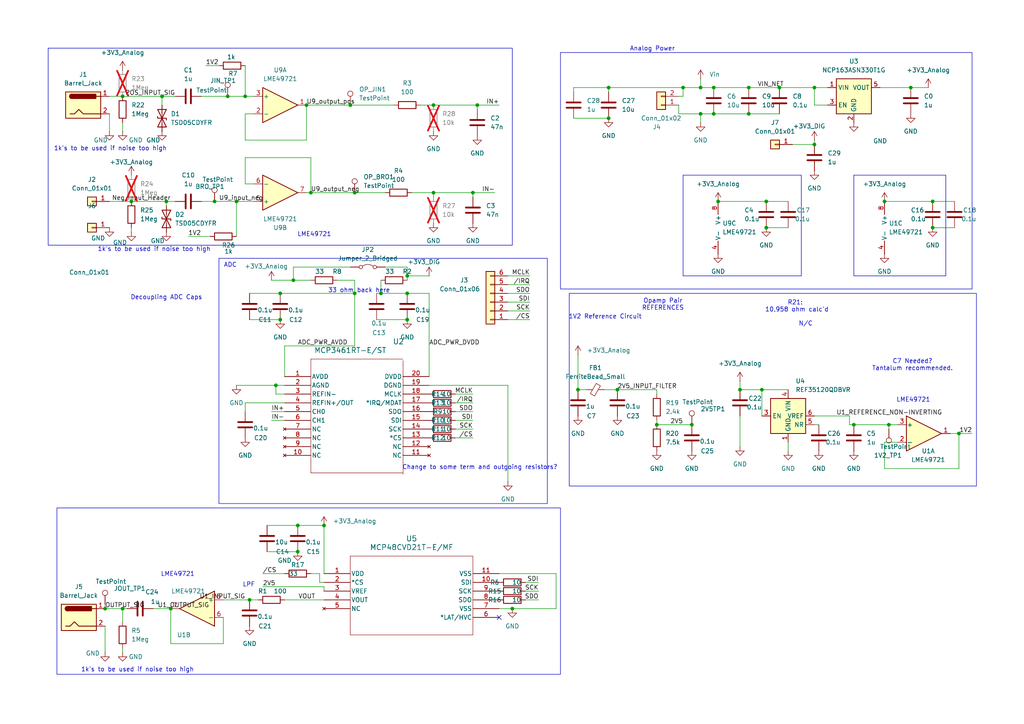
<source format=kicad_sch>
(kicad_sch (version 20250114) (generator "eeschema") (generator_version "9.0")
  (paper "A4")
  (rectangle (start 165.1 85.09) (end 283.21 140.97))
  (rectangle (start 63.5 74.93) (end 158.75 146.05))
  (rectangle (start 13.97 13.97) (end 148.59 71.12))
  (rectangle (start 247.65 50.8) (end 274.32 80.01))
  (rectangle (start 198.12 50.8) (end 232.41 80.01))
  (rectangle (start 16.51 147.32) (end 162.56 195.58))
  (rectangle (start 162.56 15.24) (end 281.94 83.82))
  (text "1k's to be used if noise too high\n" (at 32.004 43.18 0) (effects (font (size 1.27 1.27))))
  (text "Decoupling ADC Caps" (at 48.26 86.36 0) (effects (font (size 1.27 1.27))))
  (text "LME49721" (at 91.186 68.072 0) (effects (font (size 1.27 1.27))))
  (text "Capacitor distortion: \nhttps://www.ti.com/lit/an/slyt796a/slyt796a.pdf?ts=1753341735134" (at 99.06 219.71 0) (effects (font (size 1.27 1.27))))
  (text "33 ohm back here" (at 104.14 84.328 0) (effects (font (size 1.27 1.27))))
  (text "R21: \n10,958 ohm calc'd" (at 231.14 88.9 0) (effects (font (size 1.27 1.27))))
  (text "1k's to be used if noise too high\n" (at 39.878 194.31 0) (effects (font (size 1.27 1.27))))
  (text "N/C\n" (at 233.68 93.98 0) (effects (font (size 1.27 1.27))))
  (text "1k's to be used if noise too high\n" (at 44.704 72.39 0) (effects (font (size 1.27 1.27))))
  (text "Opamp Pair\nREFERENCES" (at 192.278 88.392 0) (effects (font (size 1.27 1.27))))
  (text "1V2 Reference Circuit" (at 175.514 91.948 0) (effects (font (size 1.27 1.27))))
  (text "C7 Needed?\nTantalum recommended.\n" (at 264.668 105.918 0) (effects (font (size 1.27 1.27))))
  (text "Change to some term and outgoing resistors?\n" (at 139.192 135.636 0) (effects (font (size 1.27 1.27))))
  (text "ADC" (at 66.802 76.962 0) (effects (font (size 1.27 1.27))))
  (text "Analog Power" (at 189.23 14.224 0) (effects (font (size 1.27 1.27))))
  (text "LPF " (at 72.644 169.672 0) (effects (font (size 1.27 1.27))))
  (text "LME49721" (at 264.922 116.078 0) (effects (font (size 1.27 1.27))))
  (text "LME49721" (at 51.562 166.624 0) (effects (font (size 1.27 1.27))))
  (junction (at 264.16 25.4))
  (junction (at 257.81 123.19))
  (junction (at 118.11 80.01))
  (junction (at 125.73 55.88))
  (junction (at 72.39 173.99))
  (junction (at 207.01 25.4))
  (junction (at 38.1 58.42))
  (junction (at 30.48 176.53))
  (junction (at 176.53 34.29))
  (junction (at 81.28 85.09))
  (junction (at 217.17 33.02))
  (junction (at 48.26 58.42))
  (junction (at 71.12 27.94))
  (junction (at 81.28 92.71))
  (junction (at 101.6 30.48))
  (junction (at 46.99 27.94))
  (junction (at 93.98 152.4))
  (junction (at 118.11 92.71))
  (junction (at 278.13 125.73))
  (junction (at 137.16 55.88))
  (junction (at 207.01 33.02))
  (junction (at 190.5 123.19))
  (junction (at 222.25 58.42))
  (junction (at 118.11 85.09))
  (junction (at 220.98 113.03))
  (junction (at 208.28 58.42))
  (junction (at 138.43 30.48))
  (junction (at 176.53 25.4))
  (junction (at 198.12 25.4))
  (junction (at 110.49 85.09))
  (junction (at 236.22 25.4))
  (junction (at 86.36 152.4))
  (junction (at 226.06 25.4))
  (junction (at 203.2 33.02))
  (junction (at 125.73 30.48))
  (junction (at 86.36 160.02))
  (junction (at 68.58 58.42))
  (junction (at 102.87 55.88))
  (junction (at 256.54 58.42))
  (junction (at 236.22 41.91))
  (junction (at 90.17 55.88))
  (junction (at 167.64 113.03))
  (junction (at 62.23 58.42))
  (junction (at 88.9 30.48))
  (junction (at 35.56 27.94))
  (junction (at 247.65 123.19))
  (junction (at 179.07 113.03))
  (junction (at 214.63 113.03))
  (junction (at 222.25 66.04))
  (junction (at 102.87 85.09))
  (junction (at 270.51 58.42))
  (junction (at 148.59 176.53))
  (junction (at 80.01 111.76))
  (junction (at 49.53 176.53))
  (junction (at 35.56 176.53))
  (junction (at 270.51 66.04))
  (junction (at 66.04 27.94))
  (junction (at 217.17 25.4))
  (junction (at 85.09 81.28))
  (junction (at 203.2 25.4))
  (junction (at 200.66 123.19))
  (no_connect (at 144.78 179.07))
  (wire (pts (xy 152.4 168.91) (xy 156.21 168.91)))
  (wire (pts (xy 64.77 186.69) (xy 49.53 186.69)))
  (wire (pts (xy 176.53 25.4) (xy 176.53 26.67)))
  (wire (pts (xy 71.12 33.02) (xy 73.66 33.02)))
  (wire (pts (xy 54.61 68.58) (xy 60.96 68.58)))
  (wire (pts (xy 35.56 27.94) (xy 46.99 27.94)))
  (wire (pts (xy 93.98 170.18) (xy 93.98 171.45)))
  (wire (pts (xy 222.25 58.42) (xy 228.6 58.42)))
  (wire (pts (xy 46.99 30.48) (xy 46.99 27.94)))
  (wire (pts (xy 110.49 81.28) (xy 110.49 85.09)))
  (wire (pts (xy 207.01 25.4) (xy 217.17 25.4)))
  (wire (pts (xy 207.01 33.02) (xy 217.17 33.02)))
  (wire (pts (xy 203.2 35.56) (xy 203.2 33.02)))
  (wire (pts (xy 88.9 30.48) (xy 101.6 30.48)))
  (wire (pts (xy 257.81 124.46) (xy 257.81 123.19)))
  (wire (pts (xy 143.51 55.88) (xy 137.16 55.88)))
  (wire (pts (xy 58.42 27.94) (xy 66.04 27.94)))
  (wire (pts (xy 257.81 123.19) (xy 260.35 123.19)))
  (wire (pts (xy 147.32 82.55) (xy 153.67 82.55)))
  (wire (pts (xy 114.3 30.48) (xy 101.6 30.48)))
  (wire (pts (xy 48.26 58.42) (xy 50.8 58.42)))
  (wire (pts (xy 147.32 111.76) (xy 124.46 111.76)))
  (wire (pts (xy 256.54 135.89) (xy 278.13 135.89)))
  (wire (pts (xy 49.53 186.69) (xy 49.53 176.53)))
  (wire (pts (xy 124.46 85.09) (xy 124.46 109.22)))
  (wire (pts (xy 270.51 58.42) (xy 256.54 58.42)))
  (wire (pts (xy 71.12 53.34) (xy 71.12 45.72)))
  (wire (pts (xy 132.08 124.46) (xy 137.16 124.46)))
  (wire (pts (xy 93.98 152.4) (xy 93.98 166.37)))
  (wire (pts (xy 152.4 173.99) (xy 156.21 173.99)))
  (wire (pts (xy 35.56 176.53) (xy 35.56 180.34)))
  (wire (pts (xy 236.22 25.4) (xy 240.03 25.4)))
  (wire (pts (xy 64.77 179.07) (xy 64.77 186.69)))
  (wire (pts (xy 270.51 66.04) (xy 276.86 66.04)))
  (wire (pts (xy 82.55 116.84) (xy 71.12 116.84)))
  (wire (pts (xy 214.63 113.03) (xy 220.98 113.03)))
  (wire (pts (xy 77.47 160.02) (xy 86.36 160.02)))
  (wire (pts (xy 222.25 58.42) (xy 208.28 58.42)))
  (wire (pts (xy 85.09 77.47) (xy 101.6 77.47)))
  (wire (pts (xy 236.22 123.19) (xy 237.49 123.19)))
  (wire (pts (xy 236.22 40.64) (xy 236.22 41.91)))
  (wire (pts (xy 90.17 45.72) (xy 90.17 55.88)))
  (wire (pts (xy 68.58 111.76) (xy 80.01 111.76)))
  (wire (pts (xy 255.27 25.4) (xy 264.16 25.4)))
  (wire (pts (xy 175.26 113.03) (xy 179.07 113.03)))
  (wire (pts (xy 77.47 152.4) (xy 86.36 152.4)))
  (wire (pts (xy 111.76 77.47) (xy 118.11 77.47)))
  (wire (pts (xy 144.78 30.48) (xy 138.43 30.48)))
  (wire (pts (xy 71.12 116.84) (xy 71.12 119.38)))
  (wire (pts (xy 246.38 123.19) (xy 247.65 123.19)))
  (wire (pts (xy 228.6 130.81) (xy 228.6 128.27)))
  (wire (pts (xy 82.55 100.33) (xy 82.55 109.22)))
  (wire (pts (xy 166.37 25.4) (xy 176.53 25.4)))
  (wire (pts (xy 217.17 25.4) (xy 226.06 25.4)))
  (wire (pts (xy 82.55 173.99) (xy 93.98 173.99)))
  (wire (pts (xy 68.58 68.58) (xy 68.58 58.42)))
  (wire (pts (xy 50.8 27.94) (xy 46.99 27.94)))
  (wire (pts (xy 31.75 33.02) (xy 31.75 38.1)))
  (wire (pts (xy 137.16 116.84) (xy 132.08 116.84)))
  (wire (pts (xy 102.87 81.28) (xy 97.79 81.28)))
  (wire (pts (xy 71.12 33.02) (xy 71.12 40.64)))
  (wire (pts (xy 222.25 66.04) (xy 228.6 66.04)))
  (wire (pts (xy 35.56 176.53) (xy 36.83 176.53)))
  (wire (pts (xy 102.87 55.88) (xy 111.76 55.88)))
  (wire (pts (xy 137.16 119.38) (xy 132.08 119.38)))
  (wire (pts (xy 214.63 110.49) (xy 214.63 113.03)))
  (wire (pts (xy 137.16 121.92) (xy 132.08 121.92)))
  (wire (pts (xy 247.65 123.19) (xy 257.81 123.19)))
  (wire (pts (xy 148.59 176.53) (xy 161.29 176.53)))
  (wire (pts (xy 190.5 121.92) (xy 190.5 123.19)))
  (wire (pts (xy 48.26 59.69) (xy 48.26 58.42)))
  (wire (pts (xy 119.38 55.88) (xy 125.73 55.88)))
  (wire (pts (xy 64.77 173.99) (xy 72.39 173.99)))
  (wire (pts (xy 137.16 127) (xy 132.08 127)))
  (wire (pts (xy 220.98 120.65) (xy 220.98 113.03)))
  (wire (pts (xy 90.17 166.37) (xy 92.71 166.37)))
  (wire (pts (xy 110.49 85.09) (xy 118.11 85.09)))
  (wire (pts (xy 203.2 25.4) (xy 207.01 25.4)))
  (wire (pts (xy 125.73 55.88) (xy 137.16 55.88)))
  (wire (pts (xy 198.12 25.4) (xy 176.53 25.4)))
  (wire (pts (xy 147.32 111.76) (xy 147.32 139.7)))
  (wire (pts (xy 38.1 58.42) (xy 48.26 58.42)))
  (wire (pts (xy 260.35 128.27) (xy 256.54 128.27)))
  (wire (pts (xy 264.16 25.4) (xy 269.24 25.4)))
  (wire (pts (xy 278.13 135.89) (xy 278.13 125.73)))
  (wire (pts (xy 246.38 120.65) (xy 246.38 123.19)))
  (wire (pts (xy 190.5 123.19) (xy 200.66 123.19)))
  (wire (pts (xy 76.2 170.18) (xy 93.98 170.18)))
  (wire (pts (xy 62.23 58.42) (xy 68.58 58.42)))
  (wire (pts (xy 166.37 34.29) (xy 176.53 34.29)))
  (wire (pts (xy 270.51 58.42) (xy 276.86 58.42)))
  (wire (pts (xy 147.32 85.09) (xy 153.67 85.09)))
  (wire (pts (xy 92.71 168.91) (xy 93.98 168.91)))
  (wire (pts (xy 109.22 92.71) (xy 118.11 92.71)))
  (wire (pts (xy 80.01 111.76) (xy 80.01 114.3)))
  (wire (pts (xy 35.56 35.56) (xy 35.56 38.1)))
  (wire (pts (xy 118.11 85.09) (xy 124.46 85.09)))
  (wire (pts (xy 82.55 100.33) (xy 102.87 100.33)))
  (wire (pts (xy 92.71 166.37) (xy 92.71 168.91)))
  (wire (pts (xy 86.36 152.4) (xy 93.98 152.4)))
  (wire (pts (xy 196.85 33.02) (xy 203.2 33.02)))
  (wire (pts (xy 80.01 114.3) (xy 82.55 114.3)))
  (wire (pts (xy 125.73 30.48) (xy 138.43 30.48)))
  (wire (pts (xy 31.75 27.94) (xy 35.56 27.94)))
  (wire (pts (xy 35.56 187.96) (xy 35.56 189.23)))
  (wire (pts (xy 72.39 173.99) (xy 74.93 173.99)))
  (wire (pts (xy 220.98 113.03) (xy 228.6 113.03)))
  (wire (pts (xy 30.48 189.23) (xy 30.48 181.61)))
  (wire (pts (xy 88.9 30.48) (xy 88.9 40.64)))
  (wire (pts (xy 71.12 40.64) (xy 88.9 40.64)))
  (wire (pts (xy 203.2 22.86) (xy 203.2 25.4)))
  (wire (pts (xy 78.74 119.38) (xy 82.55 119.38)))
  (wire (pts (xy 118.11 81.28) (xy 118.11 80.01)))
  (wire (pts (xy 161.29 166.37) (xy 161.29 176.53)))
  (wire (pts (xy 78.74 81.28) (xy 85.09 81.28)))
  (wire (pts (xy 240.03 30.48) (xy 236.22 30.48)))
  (wire (pts (xy 138.43 31.75) (xy 138.43 30.48)))
  (wire (pts (xy 66.04 27.94) (xy 71.12 27.94)))
  (wire (pts (xy 71.12 27.94) (xy 73.66 27.94)))
  (wire (pts (xy 137.16 114.3) (xy 132.08 114.3)))
  (wire (pts (xy 72.39 85.09) (xy 81.28 85.09)))
  (wire (pts (xy 147.32 92.71) (xy 153.67 92.71)))
  (wire (pts (xy 196.85 30.48) (xy 196.85 33.02)))
  (wire (pts (xy 147.32 90.17) (xy 153.67 90.17)))
  (wire (pts (xy 144.78 166.37) (xy 161.29 166.37)))
  (wire (pts (xy 198.12 27.94) (xy 198.12 25.4)))
  (wire (pts (xy 179.07 113.03) (xy 190.5 113.03)))
  (wire (pts (xy 71.12 45.72) (xy 90.17 45.72)))
  (wire (pts (xy 167.64 113.03) (xy 170.18 113.03)))
  (wire (pts (xy 90.17 55.88) (xy 102.87 55.88)))
  (wire (pts (xy 137.16 57.15) (xy 137.16 55.88)))
  (wire (pts (xy 278.13 125.73) (xy 281.94 125.73)))
  (wire (pts (xy 167.64 102.87) (xy 167.64 113.03)))
  (wire (pts (xy 190.5 113.03) (xy 190.5 114.3)))
  (wire (pts (xy 236.22 41.91) (xy 229.87 41.91)))
  (wire (pts (xy 198.12 25.4) (xy 203.2 25.4)))
  (wire (pts (xy 121.92 30.48) (xy 125.73 30.48)))
  (wire (pts (xy 58.42 58.42) (xy 62.23 58.42)))
  (wire (pts (xy 226.06 25.4) (xy 236.22 25.4)))
  (wire (pts (xy 76.2 166.37) (xy 82.55 166.37)))
  (wire (pts (xy 118.11 80.01) (xy 118.11 77.47)))
  (wire (pts (xy 196.85 27.94) (xy 198.12 27.94)))
  (wire (pts (xy 85.09 81.28) (xy 90.17 81.28)))
  (wire (pts (xy 118.11 80.01) (xy 124.46 80.01)))
  (wire (pts (xy 82.55 111.76) (xy 80.01 111.76)))
  (wire (pts (xy 203.2 33.02) (xy 207.01 33.02)))
  (wire (pts (xy 217.17 33.02) (xy 226.06 33.02)))
  (wire (pts (xy 88.9 55.88) (xy 90.17 55.88)))
  (wire (pts (xy 214.63 129.54) (xy 214.63 120.65)))
  (wire (pts (xy 71.12 19.05) (xy 71.12 27.94)))
  (wire (pts (xy 147.32 87.63) (xy 153.67 87.63)))
  (wire (pts (xy 152.4 171.45) (xy 156.21 171.45)))
  (wire (pts (xy 72.39 92.71) (xy 81.28 92.71)))
  (wire (pts (xy 147.32 80.01) (xy 153.67 80.01)))
  (wire (pts (xy 236.22 30.48) (xy 236.22 25.4)))
  (wire (pts (xy 109.22 85.09) (xy 110.49 85.09)))
  (wire (pts (xy 31.75 58.42) (xy 38.1 58.42)))
  (wire (pts (xy 78.74 121.92) (xy 82.55 121.92)))
  (wire (pts (xy 73.66 53.34) (xy 71.12 53.34)))
  (wire (pts (xy 275.59 125.73) (xy 278.13 125.73)))
  (wire (pts (xy 125.73 57.15) (xy 125.73 55.88)))
  (wire (pts (xy 144.78 176.53) (xy 148.59 176.53)))
  (wire (pts (xy 256.54 128.27) (xy 256.54 135.89)))
  (wire (pts (xy 166.37 26.67) (xy 166.37 25.4)))
  (wire (pts (xy 102.87 81.28) (xy 102.87 85.09)))
  (wire (pts (xy 85.09 77.47) (xy 85.09 81.28)))
  (wire (pts (xy 81.28 85.09) (xy 102.87 85.09)))
  (wire (pts (xy 102.87 85.09) (xy 102.87 100.33)))
  (wire (pts (xy 38.1 66.04) (xy 38.1 67.31)))
  (wire (pts (xy 44.45 176.53) (xy 49.53 176.53)))
  (wire (pts (xy 59.69 19.05) (xy 63.5 19.05)))
  (wire (pts (xy 236.22 120.65) (xy 246.38 120.65)))
  (wire (pts (xy 68.58 58.42) (xy 73.66 58.42)))
  (wire (pts (xy 30.48 176.53) (xy 35.56 176.53)))
  (wire (pts (xy 30.48 175.26) (xy 30.48 176.53)))
  (label "IN-" (at 78.74 121.92 0))
  (label "{slash}CS" (at 153.67 92.71 180))
  (label "MCLK" (at 153.67 80.01 180))
  (label "SDI" (at 137.16 121.92 180))
  (label "{slash}IRQ" (at 153.67 82.55 180))
  (label "U9_output_neg" (at 90.17 55.88 0))
  (label "VIN_NET" (at 219.71 25.4 0))
  (label "SCK" (at 156.21 171.45 180))
  (label "IN-" (at 143.51 55.88 180))
  (label "U9_output_pos" (at 88.9 30.48 0))
  (label "SDI" (at 153.67 87.63 180))
  (label "MCLK" (at 137.16 114.3 180))
  (label "2V5" (at 76.2 170.18 0))
  (label "OUTPUT_SIG" (at 30.48 176.53 0))
  (label "SDO" (at 156.21 173.99 180))
  (label "SCK" (at 137.16 124.46 180))
  (label "1V2" (at 281.94 125.73 180))
  (label "{slash}CS" (at 137.16 127 180))
  (label "1V2" (at 54.61 68.58 0))
  (label "IN+" (at 78.74 119.38 0))
  (label "Neg_input_Header" (at 49.53 58.42 180))
  (label "IN+" (at 144.78 30.48 180))
  (label "ADC_PWR_AVDD" (at 86.36 100.33 0))
  (label "U1_OUTPUT_SIG" (at 45.72 176.53 0))
  (label "U1_REFERENCE_NON-INVERTING" (at 242.57 120.65 0))
  (label "VOUT" (at 91.44 173.99 180))
  (label "SCK" (at 153.67 90.17 180))
  (label "2V5_INPUT_FILTER" (at 179.07 113.03 0))
  (label "SDO" (at 153.67 85.09 180))
  (label "U1_INPUT_SIG" (at 71.12 173.99 180))
  (label "SDO" (at 137.16 119.38 180))
  (label "{slash}IRQ" (at 137.16 116.84 180))
  (label "POS_INPUT_SIG" (at 50.8 27.94 180))
  (label "ADC_PWR_DVDD" (at 124.46 100.33 0))
  (label "{slash}CS" (at 76.2 166.37 0))
  (label "1V2" (at 59.69 19.05 0))
  (label "SDI" (at 156.21 168.91 180))
  (label "2V5" (at 198.12 123.19 180))
  (label "U9_input_neg" (at 63.5 58.42 0))
  (symbol (lib_id "Device:C") (at 71.12 123.19 180) (unit 1)
    (property "Reference" "C20" (at 73.66 127 0) (effects (justify right)))
    (property "Value" "0.1u" (at 73.406 124.206 0) (effects (justify right)))
    (property "Footprint" "Capacitor_SMD:C_0603_1608Metric" (effects (hide yes)))
    (property "Description" "Unpolarized capacitor" (effects (hide yes)))
  )
  (symbol (lib_id "power:GND") (at 30.48 189.23 0) (unit 1)
    (property "Reference" "#PWR013" (effects (hide yes)))
    (property "Value" "GND" (at 26.924 189.484 0))
    (property "Description" "Power symbol creates a global label with name \"GND\" , ground" (effects (hide yes)))
  )
  (symbol (lib_id "Device:R") (at 35.56 31.75 0) (unit 1)
    (property "Reference" "R22" (at 38.1 30.4799 0) (effects (justify left)))
    (property "Value" "1Meg" (at 38.1 33.0199 0) (effects (justify left)))
    (property "Footprint" "Resistor_SMD:R_0603_1608Metric" (effects (hide yes)))
    (property "Description" "Resistor" (effects (hide yes)))
  )
  (symbol (lib_id "power:VCC") (at 236.22 40.64 0) (unit 1)
    (property "Reference" "#PWR08" (effects (hide yes)))
    (property "Value" "+3V3_DIG" (at 234.696 36.576 0))
    (property "Description" "Power symbol creates a global label with name \"VCC\"" (effects (hide yes)))
  )
  (symbol (lib_id "power:GND") (at 137.16 64.77 0) (unit 1)
    (property "Reference" "#PWR04" (effects (hide yes)))
    (property "Value" "GND" (at 137.16 69.85 0))
    (property "Description" "Power symbol creates a global label with name \"GND\" , ground" (effects (hide yes)))
  )
  (symbol (lib_id "Device:C") (at 237.49 127 0) (mirror x) (unit 1)
    (property "Reference" "C26" (at 243.84 125.73 0) (effects (justify right)))
    (property "Value" "0.1u" (at 243.84 128.27 0) (effects (justify right)))
    (property "Footprint" "Capacitor_SMD:C_0603_1608Metric" (effects (hide yes)))
    (property "Description" "Unpolarized capacitor" (effects (hide yes)))
  )
  (symbol (lib_id "Device:D_TVS") (at 46.99 34.29 270) (unit 1)
    (property "Reference" "D1" (at 49.53 33.0199 90) (effects (justify left)))
    (property "Value" "TSD05CDYFR" (at 49.53 35.5599 90) (effects (justify left)))
    (property "Footprint" "Diode_SMD:D_SOD-323" (effects (hide yes)))
    (property "Description" "Bidirectional transient-voltage-suppression diode" (effects (hide yes)))
  )
  (symbol (lib_id "power:VCC") (at 93.98 152.4 0) (unit 1)
    (property "Reference" "#PWR032" (effects (hide yes)))
    (property "Value" "+3V3_Analog" (at 102.87 151.13 0))
    (property "Description" "Power symbol creates a global label with name \"VCC\"" (effects (hide yes)))
  )
  (symbol (lib_id "Amplifier_Operational:TLV9062xD") (at 81.28 55.88 0) (mirror x) (unit 2)
    (property "Reference" "U9" (at 81.28 66.04 0))
    (property "Value" "LME49721" (at 81.28 63.5 0))
    (property "Footprint" "Package_SO:SOIC-8_3.9x4.9mm_P1.27mm" (effects (hide yes)))
    (property "Datasheet" "https://www.ti.com/lit/ds/symlink/tlv9062.pdf" (effects (hide yes)))
    (property "Description" "Dual operational amplifier, 300 uV Offset, SOIC-8" (effects (hide yes)))
  )
  (symbol (lib_id "power:GND") (at 38.1 67.31 0) (unit 1)
    (property "Reference" "#PWR020" (effects (hide yes)))
    (property "Value" "GND" (at 34.798 70.358 0))
    (property "Description" "Power symbol creates a global label with name \"GND\" , ground" (effects (hide yes)))
  )
  (symbol (lib_id "Device:C") (at 214.63 116.84 0) (mirror x) (unit 1)
    (property "Reference" "C22" (at 220.98 115.57 0) (effects (justify right)))
    (property "Value" "0.1u" (at 220.98 118.11 0) (effects (justify right)))
    (property "Footprint" "Capacitor_SMD:C_0603_1608Metric" (effects (hide yes)))
    (property "Description" "Unpolarized capacitor" (effects (hide yes)))
  )
  (symbol (lib_id "power:VCC") (at 208.28 58.42 0) (unit 1)
    (property "Reference" "#PWR014" (effects (hide yes)))
    (property "Value" "+3V3_Analog" (at 208.28 53.34 0))
    (property "Description" "Power symbol creates a global label with name \"VCC\"" (effects (hide yes)))
  )
  (symbol (lib_id "power:VCC") (at 256.54 58.42 0) (unit 1)
    (property "Reference" "#PWR028" (effects (hide yes)))
    (property "Value" "+3V3_Analog" (at 256.54 53.34 0))
    (property "Description" "Power symbol creates a global label with name \"VCC\"" (effects (hide yes)))
  )
  (symbol (lib_id "power:GND") (at 256.54 73.66 0) (unit 1)
    (property "Reference" "#PWR019" (effects (hide yes)))
    (property "Value" "GND" (at 256.54 78.74 0))
    (property "Description" "Power symbol creates a global label with name \"GND\" , ground" (effects (hide yes)))
  )
  (symbol (lib_id "power:GND") (at 179.07 120.65 0) (unit 1)
    (property "Reference" "#PWR039" (effects (hide yes)))
    (property "Value" "GND" (at 179.07 125.73 0))
    (property "Description" "Power symbol creates a global label with name \"GND\" , ground" (effects (hide yes)))
  )
  (symbol (lib_id "Device:C") (at 207.01 29.21 0) (unit 1)
    (property "Reference" "C6" (at 210.82 27.9399 0) (effects (justify left)))
    (property "Value" "10u" (at 210.82 30.4799 0) (effects (justify left)))
    (property "Footprint" "Capacitor_SMD:C_0603_1608Metric" (effects (hide yes)))
    (property "Description" "Unpolarized capacitor" (effects (hide yes)))
  )
  (symbol (lib_id "Connector:TestPoint") (at 257.81 124.46 180) (unit 1)
    (property "Reference" "1V2_TP1" (at 261.62 132.08 0) (effects (justify left)))
    (property "Value" "TestPoint" (at 264.16 129.54 0) (effects (justify left)))
    (property "Footprint" "TestPoint:TestPoint_Pad_D2.0mm" (effects (hide yes)))
    (property "Description" "test point" (effects (hide yes)))
  )
  (symbol (lib_id "Device:R") (at 118.11 30.48 90) (unit 1)
    (property "Reference" "R3" (at 118.11 24.13 90))
    (property "Value" "100" (at 118.11 26.67 90))
    (property "Footprint" "Resistor_SMD:R_0603_1608Metric" (effects (hide yes)))
    (property "Description" "Resistor" (effects (hide yes)))
  )
  (symbol (lib_id "Connector_Generic:Conn_01x06") (at 142.24 87.63 180) (unit 1)
    (property "Reference" "J3" (at 134.62 81.28 0))
    (property "Value" "Conn_01x06" (at 133.35 83.82 0))
    (property "Footprint" "Connector_PinSocket_2.54mm:PinSocket_1x09_P2.54mm_Vertical" (effects (hide yes)))
    (property "Description" "Generic connector, single row, 01x06, script generated (kicad-library-utils/schlib/autogen/connector/)" (effects (hide yes)))
  )
  (symbol (lib_id "Device:R") (at 128.27 121.92 270) (unit 1)
    (property "Reference" "R10" (at 127 121.92 90))
    (property "Value" "10" (at 129.54 121.92 90))
    (property "Footprint" "Resistor_SMD:R_0603_1608Metric" (effects (hide yes)))
    (property "Description" "Resistor" (effects (hide yes)))
  )
  (symbol (lib_id "Connector_Generic:Conn_01x02") (at 191.77 30.48 180) (unit 1)
    (property "Reference" "J4" (at 190.5 36.83 0))
    (property "Value" "Conn_01x02" (at 191.77 34.29 0))
    (property "Footprint" "Connector_PinSocket_2.54mm:PinSocket_1x02_P2.54mm_Vertical" (effects (hide yes)))
    (property "Description" "Generic connector, single row, 01x02, script generated (kicad-library-utils/schlib/autogen/connector/)" (effects (hide yes)))
  )
  (symbol (lib_id "Device:C") (at 54.61 27.94 90) (unit 1)
    (property "Reference" "C1" (at 54.61 20.32 90))
    (property "Value" "1u" (at 54.61 22.86 90))
    (property "Footprint" "Capacitor_THT:C_Rect_L7.2mm_W4.5mm_P5.00mm_FKS2_FKP2_MKS2_MKP2" (effects (hide yes)))
    (property "Description" "Unpolarized capacitor" (effects (hide yes)))
  )
  (symbol (lib_id "power:VCC") (at 269.24 25.4 0) (unit 1)
    (property "Reference" "#PWR012" (effects (hide yes)))
    (property "Value" "+3V3_Analog" (at 269.24 20.32 0))
    (property "Description" "Power symbol creates a global label with name \"VCC\"" (effects (hide yes)))
  )
  (symbol (lib_id "Device:C") (at 222.25 62.23 180) (unit 1)
    (property "Reference" "C4" (at 215.9 60.96 0) (effects (justify right)))
    (property "Value" "0.1u" (at 215.9 63.5 0) (effects (justify right)))
    (property "Footprint" "Capacitor_SMD:C_0603_1608Metric" (effects (hide yes)))
    (property "Description" "Unpolarized capacitor" (effects (hide yes)))
  )
  (symbol (lib_id "Device:R") (at 128.27 116.84 270) (unit 1)
    (property "Reference" "R13" (at 127 116.84 90))
    (property "Value" "10" (at 129.54 116.84 90))
    (property "Footprint" "Resistor_SMD:R_0603_1608Metric" (effects (hide yes)))
    (property "Description" "Resistor" (effects (hide yes)))
  )
  (symbol (lib_name "Barrel_Jack_1") (lib_id "Connector:Barrel_Jack") (at 24.13 30.48 0) (unit 1)
    (property "Reference" "J1" (at 24.13 21.59 0))
    (property "Value" "Barrel_Jack" (at 24.13 24.13 0))
    (property "Footprint" "Connector_Audio:Jack_6.35mm_Neutrik_NMJ6HFD2_Horizontal" (effects (hide yes)))
    (property "Description" "DC Barrel Jack" (effects (hide yes)))
  )
  (symbol (lib_id "Device:C") (at 247.65 127 0) (mirror x) (unit 1)
    (property "Reference" "C5" (at 254 125.73 0) (effects (justify right)))
    (property "Value" "1u" (at 254 128.27 0) (effects (justify right)))
    (property "Footprint" "Capacitor_SMD:C_0603_1608Metric" (effects (hide yes)))
    (property "Description" "Unpolarized capacitor" (effects (hide yes)))
  )
  (symbol (lib_id "Device:C") (at 264.16 29.21 0) (unit 1)
    (property "Reference" "C0" (at 267.97 27.9399 0) (effects (justify left)))
    (property "Value" "1u" (at 267.97 30.4799 0) (effects (justify left)))
    (property "Footprint" "Capacitor_SMD:C_0603_1608Metric" (effects (hide yes)))
    (property "Description" "Unpolarized capacitor" (effects (hide yes)))
  )
  (symbol (lib_id "Device:C") (at 109.22 88.9 180) (unit 1)
    (property "Reference" "C13" (at 107.95 96.52 0) (effects (justify right)))
    (property "Value" "0.1u" (at 107.696 93.726 0) (effects (justify right)))
    (property "Footprint" "Capacitor_SMD:C_0603_1608Metric" (effects (hide yes)))
    (property "Description" "Unpolarized capacitor" (effects (hide yes)))
  )
  (symbol (lib_id "Device:D_TVS") (at 48.26 63.5 270) (unit 1)
    (property "Reference" "D2" (at 50.8 62.2299 90) (effects (justify left)))
    (property "Value" "TSD05CDYFR" (at 50.8 64.7699 90) (effects (justify left)))
    (property "Footprint" "Diode_SMD:D_SOD-323" (effects (hide yes)))
    (property "Description" "Bidirectional transient-voltage-suppression diode" (effects (hide yes)))
  )
  (symbol (lib_id "power:GND") (at 147.32 139.7 0) (unit 1)
    (property "Reference" "#PWR05" (effects (hide yes)))
    (property "Value" "GND" (at 147.32 144.78 0))
    (property "Description" "Power symbol creates a global label with name \"GND\" , ground" (effects (hide yes)))
  )
  (symbol (lib_id "MCP48CVD21T-E/MF:MCP48CVD21T-E_MF") (at 93.98 166.37 0) (unit 1)
    (property "Reference" "U5" (at 119.38 156.21 0) (effects (font (size 1.524 1.524))))
    (property "Value" "MCP48CVD21T-E/MF" (at 119.38 158.75 0) (effects (font (size 1.524 1.524))))
    (property "Footprint" "Package_DFN_QFN:DFN-10-1EP_3x3mm_P0.5mm_EP1.55x2.48mm" (effects (hide yes)))
    (property "Datasheet" "MCP48CVD21T-E/MF" (effects (hide yes)))
  )
  (symbol (lib_id "Device:R") (at 190.5 127 0) (unit 1)
    (property "Reference" "R20" (at 193.04 125.7299 0) (effects (justify left)))
    (property "Value" "7.5k" (at 193.04 128.2699 0) (effects (justify left)))
    (property "Footprint" "Resistor_SMD:R_0603_1608Metric" (effects (hide yes)))
    (property "Description" "Resistor" (effects (hide yes)))
  )
  (symbol (lib_id "power:GND") (at 68.58 111.76 0) (unit 1)
    (property "Reference" "#PWR025" (effects (hide yes)))
    (property "Value" "GND" (at 68.58 116.84 0))
    (property "Description" "Power symbol creates a global label with name \"GND\" , ground" (effects (hide yes)))
  )
  (symbol (lib_id "Device:R") (at 67.31 19.05 270) (unit 1)
    (property "Reference" "R7" (at 67.564 21.336 90))
    (property "Value" "1k" (at 67.056 16.51 90))
    (property "Footprint" "Resistor_SMD:R_0603_1608Metric" (effects (hide yes)))
    (property "Description" "Resistor" (effects (hide yes)))
  )
  (symbol (lib_id "Device:C") (at 228.6 62.23 0) (mirror x) (unit 1)
    (property "Reference" "C17" (at 234.95 60.96 0) (effects (justify right)))
    (property "Value" "0.1u" (at 234.95 63.5 0) (effects (justify right)))
    (property "Footprint" "Capacitor_SMD:C_0603_1608Metric" (effects (hide yes)))
    (property "Description" "Unpolarized capacitor" (effects (hide yes)))
  )
  (symbol (lib_id "Device:C") (at 138.43 35.56 180) (unit 1)
    (property "Reference" "C2" (at 142.24 34.2899 0) (effects (justify right)))
    (property "Value" "47n" (at 142.24 36.8299 0) (effects (justify right)))
    (property "Footprint" "Capacitor_THT:C_Rect_L7.2mm_W3.0mm_P5.00mm_FKS2_FKP2_MKS2_MKP2" (effects (hide yes)))
    (property "Description" "Unpolarized capacitor" (effects (hide yes)))
  )
  (symbol (lib_id "power:GND") (at 125.73 38.1 0) (unit 1)
    (property "Reference" "#PWR023" (effects (hide yes)))
    (property "Value" "GND" (at 125.73 43.18 0))
    (property "Description" "Power symbol creates a global label with name \"GND\" , ground" (effects (hide yes)))
  )
  (symbol (lib_id "Device:C") (at 54.61 58.42 90) (unit 1)
    (property "Reference" "C10" (at 54.61 50.8 90))
    (property "Value" "1u" (at 54.61 53.34 90))
    (property "Footprint" "Capacitor_SMD:C_0603_1608Metric" (effects (hide yes)))
    (property "Description" "Unpolarized capacitor" (effects (hide yes)))
  )
  (symbol (lib_id "Connector:TestPoint") (at 102.87 55.88 0) (unit 1)
    (property "Reference" "OP_BRO1" (at 105.41 51.3079 0) (effects (justify left)))
    (property "Value" "TestPoint" (at 105.41 53.8479 0) (effects (justify left)))
    (property "Footprint" "TestPoint:TestPoint_Pad_D2.0mm" (effects (hide yes)))
    (property "Description" "test point" (effects (hide yes)))
  )
  (symbol (lib_id "Connector_Generic:Conn_01x01") (at 26.67 58.42 180) (unit 1)
    (property "Reference" "J2" (at 26.67 52.07 0))
    (property "Value" "Conn_01x01" (at 26.67 54.61 0))
    (property "Footprint" "Connector_PinSocket_2.54mm:PinSocket_1x01_P2.54mm_Vertical" (effects (hide yes)))
    (property "Description" "Generic connector, single row, 01x01, script generated (kicad-library-utils/schlib/autogen/connector/)" (effects (hide yes)))
  )
  (symbol (lib_id "power:GND") (at 125.73 64.77 0) (unit 1)
    (property "Reference" "#PWR021" (effects (hide yes)))
    (property "Value" "GND" (at 125.73 69.85 0))
    (property "Description" "Power symbol creates a global label with name \"GND\" , ground" (effects (hide yes)))
  )
  (symbol (lib_id "Device:R") (at 64.77 68.58 270) (unit 1)
    (property "Reference" "R26" (at 66.294 71.12 90))
    (property "Value" "1k" (at 66.294 72.898 90))
    (property "Footprint" "Resistor_SMD:R_0603_1608Metric" (effects (hide yes)))
    (property "Description" "Resistor" (effects (hide yes)))
  )
  (symbol (lib_id "power:GND") (at 31.75 66.04 0) (unit 1)
    (property "Reference" "#PWR029" (effects (hide yes)))
    (property "Value" "GND" (at 28.448 69.088 0))
    (property "Description" "Power symbol creates a global label with name \"GND\" , ground" (effects (hide yes)))
  )
  (symbol (lib_id "power:GND") (at 72.39 181.61 0) (unit 1)
    (property "Reference" "#PWR026" (effects (hide yes)))
    (property "Value" "GND" (at 72.39 186.69 0))
    (property "Description" "Power symbol creates a global label with name \"GND\" , ground" (effects (hide yes)))
  )
  (symbol (lib_id "power:GND") (at 35.56 189.23 0) (unit 1)
    (property "Reference" "#PWR043" (effects (hide yes)))
    (property "Value" "GND" (at 39.37 190.5 0))
    (property "Description" "Power symbol creates a global label with name \"GND\" , ground" (effects (hide yes)))
  )
  (symbol (lib_id "Connector:Barrel_Jack") (at 22.86 179.07 0) (unit 1)
    (property "Reference" "J5" (at 22.86 170.18 0))
    (property "Value" "Barrel_Jack" (at 22.86 172.72 0))
    (property "Footprint" "Connector_Audio:Jack_6.35mm_Neutrik_NMJ6HFD2_Horizontal" (effects (hide yes)))
    (property "Description" "DC Barrel Jack" (effects (hide yes)))
  )
  (symbol (lib_id "Device:C") (at 166.37 30.48 0) (unit 1)
    (property "Reference" "C28" (at 170.18 29.2099 0) (effects (justify left)))
    (property "Value" "1u" (at 170.18 31.7499 0) (effects (justify left)))
    (property "Footprint" "Capacitor_SMD:C_0603_1608Metric" (effects (hide yes)))
    (property "Description" "Unpolarized capacitor" (effects (hide yes)))
  )
  (symbol (lib_id "power:GND") (at 214.63 129.54 0) (unit 1)
    (property "Reference" "#PWR042" (effects (hide yes)))
    (property "Value" "GND" (at 214.63 134.62 0))
    (property "Description" "Power symbol creates a global label with name \"GND\" , ground" (effects (hide yes)))
  )
  (symbol (lib_id "power:VCC") (at 35.56 20.32 0) (unit 1)
    (property "Reference" "#PWR016" (effects (hide yes)))
    (property "Value" "+3V3_Analog" (at 35.56 15.24 0))
    (property "Description" "Power symbol creates a global label with name \"VCC\"" (effects (hide yes)))
  )
  (symbol (lib_id "Device:R") (at 125.73 34.29 180) (unit 1) (dnp yes)
    (property "Reference" "R28" (at 128.27 33.0199 0) (effects (justify right)))
    (property "Value" "10k" (at 128.27 35.5599 0) (effects (justify right)))
    (property "Footprint" "Resistor_SMD:R_0603_1608Metric" (effects (hide yes)))
    (property "Description" "Resistor" (effects (hide yes)))
  )
  (symbol (lib_id "Device:C") (at 81.28 88.9 180) (unit 1)
    (property "Reference" "C12" (at 83.82 92.71 0) (effects (justify right)))
    (property "Value" "0.1u" (at 83.566 89.916 0) (effects (justify right)))
    (property "Footprint" "Capacitor_SMD:C_0603_1608Metric" (effects (hide yes)))
    (property "Description" "Unpolarized capacitor" (effects (hide yes)))
  )
  (symbol (lib_id "Connector_Generic:Conn_01x01") (at 224.79 41.91 180) (unit 1)
    (property "Reference" "J7" (at 224.79 35.56 0))
    (property "Value" "Conn_01x01" (at 224.79 38.1 0))
    (property "Description" "Generic connector, single row, 01x01, script generated (kicad-library-utils/schlib/autogen/connector/)" (effects (hide yes)))
  )
  (symbol (lib_id "Device:R") (at 38.1 54.61 0) (unit 1) (dnp yes)
    (property "Reference" "R24" (at 40.64 53.3399 0) (effects (justify left)))
    (property "Value" "1Meg" (at 40.64 55.8799 0) (effects (justify left)))
    (property "Footprint" "Resistor_SMD:R_0603_1608Metric" (effects (hide yes)))
    (property "Description" "Resistor" (effects (hide yes)))
  )
  (symbol (lib_id "Connector:TestPoint") (at 30.48 175.26 0) (unit 1)
    (property "Reference" "JOUT_TP1" (at 33.02 170.6879 0) (effects (justify left)))
    (property "Value" "TestPoint" (at 27.686 168.656 0) (effects (justify left)))
    (property "Footprint" "TestPoint:TestPoint_Pad_D2.0mm" (effects (hide yes)))
    (property "Description" "test point" (effects (hide yes)))
  )
  (symbol (lib_id "Connector:TestPoint") (at 66.04 27.94 0) (unit 1)
    (property "Reference" "JIN_TP1" (at 60.96 23.368 0) (effects (justify left)))
    (property "Value" "TestPoint" (at 56.896 26.162 0) (effects (justify left)))
    (property "Footprint" "TestPoint:TestPoint_Pad_D2.0mm" (effects (hide yes)))
    (property "Description" "test point" (effects (hide yes)))
  )
  (symbol (lib_id "Connector:TestPoint") (at 62.23 58.42 0) (unit 1)
    (property "Reference" "BRO_TP1" (at 56.642 54.102 0) (effects (justify left)))
    (property "Value" "TestPoint" (at 58.674 52.07 0) (effects (justify left)))
    (property "Footprint" "TestPoint:TestPoint_Pad_D2.0mm" (effects (hide yes)))
    (property "Description" "test point" (effects (hide yes)))
  )
  (symbol (lib_id "Device:R") (at 38.1 62.23 0) (unit 1)
    (property "Reference" "R25" (at 40.64 60.9599 0) (effects (justify left)))
    (property "Value" "1Meg" (at 40.64 63.4999 0) (effects (justify left)))
    (property "Footprint" "Resistor_SMD:R_0603_1608Metric" (effects (hide yes)))
    (property "Description" "Resistor" (effects (hide yes)))
  )
  (symbol (lib_id "Device:R") (at 190.5 118.11 0) (unit 1)
    (property "Reference" "R19" (at 193.04 116.8399 0) (effects (justify left)))
    (property "Value" "2.4k" (at 193.04 119.3799 0) (effects (justify left)))
    (property "Footprint" "Resistor_SMD:R_0603_1608Metric" (effects (hide yes)))
    (property "Description" "Resistor" (effects (hide yes)))
  )
  (symbol (lib_id "power:VCC") (at 124.46 80.01 0) (unit 1)
    (property "Reference" "#PWR048" (effects (hide yes)))
    (property "Value" "+3V3_DIG" (at 122.936 75.946 0))
    (property "Description" "Power symbol creates a global label with name \"VCC\"" (effects (hide yes)))
  )
  (symbol (lib_id "power:GND") (at 222.25 66.04 0) (unit 1)
    (property "Reference" "#PWR022" (effects (hide yes)))
    (property "Value" "GND" (at 222.25 71.12 0))
    (property "Description" "Power symbol creates a global label with name \"GND\" , ground" (effects (hide yes)))
  )
  (symbol (lib_id "Device:R") (at 128.27 114.3 270) (unit 1)
    (property "Reference" "R14" (at 127 114.3 90))
    (property "Value" "10" (at 129.54 114.3 90))
    (property "Footprint" "Resistor_SMD:R_0603_1608Metric" (effects (hide yes)))
    (property "Description" "Resistor" (effects (hide yes)))
  )
  (symbol (lib_id "power:VCC") (at 167.64 102.87 0) (unit 1)
    (property "Reference" "#PWR02" (effects (hide yes)))
    (property "Value" "+3V3_Analog" (at 176.53 101.6 0))
    (property "Description" "Power symbol creates a global label with name \"VCC\"" (effects (hide yes)))
  )
  (symbol (lib_id "Amplifier_Operational:TLV9062xD") (at 81.28 30.48 0) (unit 1)
    (property "Reference" "U9" (at 81.28 20.32 0))
    (property "Value" "LME49721" (at 81.28 22.86 0))
    (property "Footprint" "Package_SO:SOIC-8_3.9x4.9mm_P1.27mm" (effects (hide yes)))
    (property "Datasheet" "https://www.ti.com/lit/ds/symlink/tlv9062.pdf" (effects (hide yes)))
    (property "Description" "Dual operational amplifier, 300 uV Offset, SOIC-8" (effects (hide yes)))
  )
  (symbol (lib_id "Device:C") (at 77.47 156.21 180) (unit 1)
    (property "Reference" "C14" (at 80.01 160.02 0) (effects (justify right)))
    (property "Value" "10u" (at 79.756 157.226 0) (effects (justify right)))
    (property "Footprint" "Capacitor_SMD:C_0603_1608Metric" (effects (hide yes)))
    (property "Description" "Unpolarized capacitor" (effects (hide yes)))
  )
  (symbol (lib_id "MCP3461RT-E-ST:MCP3461RT-E_ST") (at 82.55 109.22 0) (unit 1)
    (property "Reference" "U2" (at 115.57 99.06 0) (effects (font (size 1.524 1.524))))
    (property "Value" "MCP3461RT-E/ST" (at 101.6 101.6 0) (effects (font (size 1.524 1.524))))
    (property "Footprint" "Package_SO:TSSOP-20_4.4x6.5mm_P0.65mm" (effects (hide yes)))
    (property "Datasheet" "MCP3461RT-E/ST" (effects (hide yes)))
  )
  (symbol (lib_id "power:GND") (at 81.28 92.71 0) (unit 1)
    (property "Reference" "#PWR017" (effects (hide yes)))
    (property "Value" "GND" (at 81.28 97.79 0))
    (property "Description" "Power symbol creates a global label with name \"GND\" , ground" (effects (hide yes)))
  )
  (symbol (lib_id "power:GND") (at 208.28 73.66 0) (unit 1)
    (property "Reference" "#PWR010" (effects (hide yes)))
    (property "Value" "GND" (at 208.28 78.74 0))
    (property "Description" "Power symbol creates a global label with name \"GND\" , ground" (effects (hide yes)))
  )
  (symbol (lib_id "Device:C") (at 179.07 116.84 180) (unit 1)
    (property "Reference" "C23" (at 181.61 120.65 0) (effects (justify right)))
    (property "Value" "0.1u" (at 181.356 117.856 0) (effects (justify right)))
    (property "Footprint" "Capacitor_SMD:C_0603_1608Metric" (effects (hide yes)))
    (property "Description" "Unpolarized capacitor" (effects (hide yes)))
  )
  (symbol (lib_id "Device:C") (at 40.64 176.53 270) (unit 1)
    (property "Reference" "C24" (at 46.0262 171.704 90) (effects (justify right)))
    (property "Value" "1u" (at 46.2802 174.498 90) (effects (justify right)))
    (property "Footprint" "Capacitor_THT:C_Rect_L7.2mm_W4.5mm_P5.00mm_FKS2_FKP2_MKS2_MKP2" (effects (hide yes)))
    (property "Description" "Unpolarized capacitor" (effects (hide yes)))
  )
  (symbol (lib_id "Device:R") (at 128.27 127 270) (unit 1)
    (property "Reference" "R12" (at 127 127 90))
    (property "Value" "10" (at 129.54 127 90))
    (property "Footprint" "Resistor_SMD:R_0603_1608Metric" (effects (hide yes)))
    (property "Description" "Resistor" (effects (hide yes)))
  )
  (symbol (lib_id "Device:C") (at 137.16 60.96 180) (unit 1)
    (property "Reference" "C3" (at 140.97 59.6899 0) (effects (justify right)))
    (property "Value" "47n" (at 140.97 62.2299 0) (effects (justify right)))
    (property "Footprint" "Capacitor_THT:C_Rect_L7.2mm_W3.0mm_P5.00mm_FKS2_FKP2_MKS2_MKP2" (effects (hide yes)))
    (property "Description" "Unpolarized capacitor" (effects (hide yes)))
  )
  (symbol (lib_id "Connector_Generic:Conn_01x01") (at 26.67 66.04 180) (unit 1)
    (property "Reference" "J6" (at 26.67 59.69 0))
    (property "Value" "Conn_01x01" (at 25.908 78.994 0))
    (property "Footprint" "Connector_PinSocket_2.54mm:PinSocket_1x01_P2.54mm_Vertical" (effects (hide yes)))
    (property "Description" "Generic connector, single row, 01x01, script generated (kicad-library-utils/schlib/autogen/connector/)" (effects (hide yes)))
  )
  (symbol (lib_id "Device:R") (at 148.59 173.99 270) (unit 1)
    (property "Reference" "R16" (at 143.51 173.99 90))
    (property "Value" "10" (at 149.86 173.99 90))
    (property "Footprint" "Resistor_SMD:R_0603_1608Metric" (effects (hide yes)))
    (property "Description" "Resistor" (effects (hide yes)))
  )
  (symbol (lib_id "Regulator_Linear:NCP163ASN330T1G") (at 247.65 27.94 0) (unit 1)
    (property "Reference" "U3" (at 247.65 17.78 0))
    (property "Value" "NCP163ASN330T1G" (at 247.65 20.32 0))
    (property "Footprint" "Package_TO_SOT_SMD:SOT-23-5" (effects (hide yes)))
    (property "Datasheet" "https://www.onsemi.com/pdf/datasheet/ncp163-d.pdf" (effects (hide yes)))
    (property "Description" "250mA low-noise LDO, 2.2V-5.5V input, 3.3V output, SOT-23-5" (effects (hide yes)))
  )
  (symbol (lib_id "power:GND") (at 190.5 130.81 0) (unit 1)
    (property "Reference" "#PWR037" (effects (hide yes)))
    (property "Value" "GND" (at 190.5 135.89 0))
    (property "Description" "Power symbol creates a global label with name \"GND\" , ground" (effects (hide yes)))
  )
  (symbol (lib_id "Device:R") (at 115.57 55.88 90) (unit 1)
    (property "Reference" "R4" (at 115.57 49.53 90))
    (property "Value" "100" (at 115.57 52.07 90))
    (property "Footprint" "Resistor_SMD:R_0603_1608Metric" (effects (hide yes)))
    (property "Description" "Resistor" (effects (hide yes)))
  )
  (symbol (lib_id "Device:FerriteBead_Small") (at 172.72 113.03 90) (unit 1)
    (property "Reference" "FB1" (at 172.6819 106.68 90))
    (property "Value" "FerriteBead_Small" (at 172.6819 109.22 90))
    (property "Footprint" "Resistor_SMD:R_0402_1005Metric" (effects (hide yes)))
    (property "Description" "Ferrite bead, small symbol" (effects (hide yes)))
  )
  (symbol (lib_id "Connector:TestPoint") (at 101.6 30.48 0) (unit 1)
    (property "Reference" "OP_JIN1" (at 104.14 25.9079 0) (effects (justify left)))
    (property "Value" "TestPoint" (at 104.14 28.4479 0) (effects (justify left)))
    (property "Footprint" "TestPoint:TestPoint_Pad_D2.0mm" (effects (hide yes)))
    (property "Description" "test point" (effects (hide yes)))
  )
  (symbol (lib_id "power:GND") (at 270.51 66.04 0) (unit 1)
    (property "Reference" "#PWR024" (effects (hide yes)))
    (property "Value" "GND" (at 270.51 71.12 0))
    (property "Description" "Power symbol creates a global label with name \"GND\" , ground" (effects (hide yes)))
  )
  (symbol (lib_id "Device:C") (at 217.17 29.21 0) (unit 1)
    (property "Reference" "C9" (at 220.98 27.9399 0) (effects (justify left)))
    (property "Value" "10u" (at 220.98 30.4799 0) (effects (justify left)))
    (property "Footprint" "Capacitor_SMD:C_0603_1608Metric" (effects (hide yes)))
    (property "Description" "Unpolarized capacitor" (effects (hide yes)))
  )
  (symbol (lib_id "power:VCC") (at 78.74 81.28 0) (unit 1)
    (property "Reference" "#PWR030" (effects (hide yes)))
    (property "Value" "+3V3_Analog" (at 77.216 77.216 0))
    (property "Description" "Power symbol creates a global label with name \"VCC\"" (effects (hide yes)))
  )
  (symbol (lib_id "Device:R") (at 93.98 81.28 90) (unit 1)
    (property "Reference" "R8" (at 97.79 78.74 90))
    (property "Value" "33" (at 92.71 78.74 90))
    (property "Footprint" "Resistor_SMD:R_0603_1608Metric" (effects (hide yes)))
    (property "Description" "Resistor" (effects (hide yes)))
  )
  (symbol (lib_id "Device:R") (at 128.27 119.38 270) (unit 1)
    (property "Reference" "R9" (at 127 119.38 90))
    (property "Value" "10" (at 129.54 119.38 90))
    (property "Footprint" "Resistor_SMD:R_0603_1608Metric" (effects (hide yes)))
    (property "Description" "Resistor" (effects (hide yes)))
  )
  (symbol (lib_id "Device:C") (at 276.86 62.23 0) (mirror x) (unit 1)
    (property "Reference" "C18" (at 283.21 60.96 0) (effects (justify right)))
    (property "Value" "0.1u" (at 283.21 63.5 0) (effects (justify right)))
    (property "Footprint" "Capacitor_SMD:C_0603_1608Metric" (effects (hide yes)))
    (property "Description" "Unpolarized capacitor" (effects (hide yes)))
  )
  (symbol (lib_id "power:GND") (at 46.99 38.1 0) (unit 1)
    (property "Reference" "#PWR044" (effects (hide yes)))
    (property "Value" "GND" (at 44.45 40.64 0))
    (property "Description" "Power symbol creates a global label with name \"GND\" , ground" (effects (hide yes)))
  )
  (symbol (lib_id "power:VCC") (at 38.1 50.8 0) (unit 1)
    (property "Reference" "#PWR018" (effects (hide yes)))
    (property "Value" "+3V3_Analog" (at 38.1 46.99 0))
    (property "Description" "Power symbol creates a global label with name \"VCC\"" (effects (hide yes)))
  )
  (symbol (lib_id "Device:R") (at 86.36 166.37 90) (unit 1)
    (property "Reference" "R17" (at 86.36 163.83 90))
    (property "Value" "33" (at 85.09 166.37 90))
    (property "Footprint" "Resistor_SMD:R_0603_1608Metric" (effects (hide yes)))
    (property "Description" "Resistor" (effects (hide yes)))
  )
  (symbol (lib_id "power:GND") (at 237.49 130.81 0) (unit 1)
    (property "Reference" "#PWR01" (effects (hide yes)))
    (property "Value" "GND" (at 237.49 135.89 0))
    (property "Description" "Power symbol creates a global label with name \"GND\" , ground" (effects (hide yes)))
  )
  (symbol (lib_id "Device:R") (at 125.73 60.96 180) (unit 1) (dnp yes)
    (property "Reference" "R27" (at 128.27 59.6899 0) (effects (justify right)))
    (property "Value" "10k" (at 128.27 62.2299 0) (effects (justify right)))
    (property "Footprint" "Resistor_SMD:R_0603_1608Metric" (effects (hide yes)))
    (property "Description" "Resistor" (effects (hide yes)))
  )
  (symbol (lib_id "power:VCC") (at 203.2 22.86 0) (unit 1)
    (property "Reference" "#PWR011" (effects (hide yes)))
    (property "Value" "Vin" (at 205.74 21.5899 0) (effects (justify left)))
    (property "Description" "Power symbol creates a global label with name \"VCC\"" (effects (hide yes)))
  )
  (symbol (lib_id "Amplifier_Operational:TLV9062xD") (at 57.15 176.53 0) (mirror y) (unit 2)
    (property "Reference" "U1" (at 53.34 184.15 0))
    (property "Value" "LME49721" (at 54.61 171.45 0))
    (property "Footprint" "Package_SO:SOIC-8_3.9x4.9mm_P1.27mm" (effects (hide yes)))
  )
  (symbol (lib_id "Device:C") (at 176.53 30.48 0) (unit 1)
    (property "Reference" "C27" (at 180.34 29.2099 0) (effects (justify left)))
    (property "Value" "10u" (at 180.34 31.7499 0) (effects (justify left)))
    (property "Footprint" "Capacitor_SMD:C_0603_1608Metric" (effects (hide yes)))
    (property "Description" "Unpolarized capacitor" (effects (hide yes)))
  )
  (symbol (lib_id "power:GND") (at 176.53 34.29 0) (unit 1)
    (property "Reference" "#PWR046" (effects (hide yes)))
    (property "Value" "GND" (at 176.53 39.37 0))
    (property "Description" "Power symbol creates a global label with name \"GND\" , ground" (effects (hide yes)))
  )
  (symbol (lib_id "Device:C") (at 226.06 29.21 0) (unit 1)
    (property "Reference" "C8" (at 229.87 27.9399 0) (effects (justify left)))
    (property "Value" "0.1u" (at 229.87 30.4799 0) (effects (justify left)))
    (property "Footprint" "Capacitor_SMD:C_0603_1608Metric" (effects (hide yes)))
    (property "Description" "Unpolarized capacitor" (effects (hide yes)))
  )
  (symbol (lib_id "Device:C") (at 72.39 88.9 180) (unit 1)
    (property "Reference" "C11" (at 74.93 92.71 0) (effects (justify right)))
    (property "Value" "0.1u" (at 74.676 89.916 0) (effects (justify right)))
    (property "Footprint" "Capacitor_SMD:C_0603_1608Metric" (effects (hide yes)))
    (property "Description" "Unpolarized capacitor" (effects (hide yes)))
  )
  (symbol (lib_id "Device:C") (at 167.64 116.84 180) (unit 1)
    (property "Reference" "C7" (at 170.18 120.65 0) (effects (justify right)))
    (property "Value" "1u" (at 169.926 117.856 0) (effects (justify right)))
    (property "Footprint" "Capacitor_SMD:C_0603_1608Metric" (effects (hide yes)))
    (property "Description" "Unpolarized capacitor" (effects (hide yes)))
  )
  (symbol (lib_id "power:GND") (at 86.36 160.02 0) (unit 1)
    (property "Reference" "#PWR033" (effects (hide yes)))
    (property "Value" "GND" (at 82.55 162.56 0))
    (property "Description" "Power symbol creates a global label with name \"GND\" , ground" (effects (hide yes)))
  )
  (symbol (lib_id "power:GND") (at 167.64 120.65 0) (unit 1)
    (property "Reference" "#PWR038" (effects (hide yes)))
    (property "Value" "GND" (at 167.64 125.73 0))
    (property "Description" "Power symbol creates a global label with name \"GND\" , ground" (effects (hide yes)))
  )
  (symbol (lib_id "Amplifier_Operational:TLV9062xD") (at 267.97 125.73 0) (unit 1)
    (property "Reference" "U1" (at 269.24 130.81 0))
    (property "Value" "LME49721" (at 269.24 133.35 0))
    (property "Footprint" "Package_SO:SOIC-8_3.9x4.9mm_P1.27mm" (effects (hide yes)))
  )
  (symbol (lib_id "Device:R") (at 35.56 24.13 0) (unit 1) (dnp yes)
    (property "Reference" "R23" (at 38.1 22.8599 0) (effects (justify left)))
    (property "Value" "1Meg" (at 38.1 25.3999 0) (effects (justify left)))
    (property "Footprint" "Resistor_SMD:R_0603_1608Metric" (effects (hide yes)))
    (property "Description" "Resistor" (effects (hide yes)))
  )
  (symbol (lib_id "power:GND") (at 138.43 39.37 0) (unit 1)
    (property "Reference" "#PWR03" (effects (hide yes)))
    (property "Value" "GND" (at 138.43 44.45 0))
    (property "Description" "Power symbol creates a global label with name \"GND\" , ground" (effects (hide yes)))
  )
  (symbol (lib_id "Device:C") (at 86.36 156.21 180) (unit 1)
    (property "Reference" "C15" (at 88.9 160.02 0) (effects (justify right)))
    (property "Value" "0.1u" (at 88.646 157.226 0) (effects (justify right)))
    (property "Footprint" "Capacitor_SMD:C_0603_1608Metric" (effects (hide yes)))
    (property "Description" "Unpolarized capacitor" (effects (hide yes)))
  )
  (symbol (lib_id "power:GND") (at 236.22 49.53 0) (unit 1)
    (property "Reference" "#PWR047" (effects (hide yes)))
    (property "Value" "GND" (at 236.22 54.61 0))
    (property "Description" "Power symbol creates a global label with name \"GND\" , ground" (effects (hide yes)))
  )
  (symbol (lib_id "power:GND") (at 203.2 35.56 0) (unit 1)
    (property "Reference" "#PWR031" (effects (hide yes)))
    (property "Value" "GND" (at 203.2 40.64 0))
    (property "Description" "Power symbol creates a global label with name \"GND\" , ground" (effects (hide yes)))
  )
  (symbol (lib_id "power:GND") (at 200.66 130.81 0) (unit 1)
    (property "Reference" "#PWR040" (effects (hide yes)))
    (property "Value" "GND" (at 200.66 135.89 0))
    (property "Description" "Power symbol creates a global label with name \"GND\" , ground" (effects (hide yes)))
  )
  (symbol (lib_id "power:GND") (at 35.56 38.1 0) (unit 1)
    (property "Reference" "#PWR036" (effects (hide yes)))
    (property "Value" "GND" (at 39.37 40.64 0))
    (property "Description" "Power symbol creates a global label with name \"GND\" , ground" (effects (hide yes)))
  )
  (symbol (lib_id "Device:C") (at 200.66 127 180) (unit 1)
    (property "Reference" "C25" (at 203.2 130.81 0) (effects (justify right)))
    (property "Value" "0.1u" (at 202.946 128.016 0) (effects (justify right)))
    (property "Footprint" "Capacitor_SMD:C_0603_1608Metric" (effects (hide yes)))
    (property "Description" "Unpolarized capacitor" (effects (hide yes)))
  )
  (symbol (lib_id "Amplifier_Operational:TLV9062xD") (at 208.28 66.04 0) (unit 3)
    (property "Reference" "U9" (at 209.55 64.7699 0) (effects (justify left)))
    (property "Value" "LME49721" (at 209.55 67.3099 0) (effects (justify left)))
    (property "Footprint" "Package_SO:SOIC-8_3.9x4.9mm_P1.27mm" (effects (hide yes)))
    (property "Datasheet" "https://www.ti.com/lit/ds/symlink/tlv9062.pdf" (effects (hide yes)))
    (property "Description" "Dual operational amplifier, 300 uV Offset, SOIC-8" (effects (hide yes)))
  )
  (symbol (lib_id "power:GND") (at 228.6 130.81 0) (unit 1)
    (property "Reference" "#PWR041" (effects (hide yes)))
    (property "Value" "GND" (at 228.6 135.89 0))
    (property "Description" "Power symbol creates a global label with name \"GND\" , ground" (effects (hide yes)))
  )
  (symbol (lib_id "power:GND") (at 264.16 33.02 0) (unit 1)
    (property "Reference" "#PWR0101" (effects (hide yes)))
    (property "Value" "GND" (at 264.16 38.1 0))
    (property "Description" "Power symbol creates a global label with name \"GND\" , ground" (effects (hide yes)))
  )
  (symbol (lib_id "power:GND") (at 48.26 67.31 0) (unit 1)
    (property "Reference" "#PWR045" (effects (hide yes)))
    (property "Value" "GND" (at 45.72 69.85 0))
    (property "Description" "Power symbol creates a global label with name \"GND\" , ground" (effects (hide yes)))
  )
  (symbol (lib_id "Device:R") (at 78.74 173.99 270) (unit 1)
    (property "Reference" "R1" (at 76.2 171.45 90))
    (property "Value" "100" (at 81.28 171.45 90))
    (property "Footprint" "Resistor_SMD:R_0603_1608Metric" (effects (hide yes)))
    (property "Description" "Resistor" (effects (hide yes)))
  )
  (symbol (lib_id "power:GND") (at 247.65 35.56 0) (unit 1)
    (property "Reference" "#PWR09" (effects (hide yes)))
    (property "Value" "GND" (at 255.27 40.894 0))
    (property "Description" "Power symbol creates a global label with name \"GND\" , ground" (effects (hide yes)))
  )
  (symbol (lib_id "Device:R") (at 35.56 184.15 0) (unit 1)
    (property "Reference" "R5" (at 38.1 182.8799 0) (effects (justify left)))
    (property "Value" "1Meg" (at 38.1 185.4199 0) (effects (justify left)))
    (property "Footprint" "Resistor_SMD:R_0603_1608Metric" (effects (hide yes)))
    (property "Description" "Resistor" (effects (hide yes)))
  )
  (symbol (lib_id "Device:C") (at 270.51 62.23 180) (unit 1)
    (property "Reference" "C16" (at 264.16 60.96 0) (effects (justify right)))
    (property "Value" "0.1u" (at 264.16 63.5 0) (effects (justify right)))
    (property "Footprint" "Capacitor_SMD:C_0603_1608Metric" (effects (hide yes)))
    (property "Description" "Unpolarized capacitor" (effects (hide yes)))
  )
  (symbol (lib_id "Device:C") (at 72.39 177.8 180) (unit 1)
    (property "Reference" "C21" (at 74.93 181.61 0) (effects (justify right)))
    (property "Value" "0.1u" (at 74.676 178.816 0) (effects (justify right)))
    (property "Footprint" "Capacitor_THT:C_Rect_L7.2mm_W3.0mm_P5.00mm_FKS2_FKP2_MKS2_MKP2" (effects (hide yes)))
    (property "Description" "Unpolarized capacitor" (effects (hide yes)))
  )
  (symbol (lib_id "power:GND") (at 148.59 176.53 0) (unit 1)
    (property "Reference" "#PWR07" (effects (hide yes)))
    (property "Value" "GND" (at 148.59 181.61 0))
    (property "Description" "Power symbol creates a global label with name \"GND\" , ground" (effects (hide yes)))
  )
  (symbol (lib_id "Device:R") (at 148.59 171.45 270) (unit 1)
    (property "Reference" "R15" (at 143.51 171.45 90))
    (property "Value" "10" (at 149.86 171.45 90))
    (property "Footprint" "Resistor_SMD:R_0603_1608Metric" (effects (hide yes)))
    (property "Description" "Resistor" (effects (hide yes)))
  )
  (symbol (lib_id "Amplifier_Operational:TLV9062xD") (at 256.54 66.04 0) (unit 3)
    (property "Reference" "U1" (at 257.81 64.7699 0) (effects (justify left)))
    (property "Value" "LME49721" (at 257.81 67.3099 0) (effects (justify left)))
    (property "Footprint" "Package_SO:SOIC-8_3.9x4.9mm_P1.27mm" (effects (hide yes)))
  )
  (symbol (lib_id "Reference_Voltage:REF35120QDBVR") (at 228.6 120.65 0) (unit 1)
    (property "Reference" "U4" (at 230.7433 110.49 0) (effects (justify left)))
    (property "Value" "REF35120QDBVR" (at 230.7433 113.03 0) (effects (justify left)))
    (property "Footprint" "Package_TO_SOT_SMD:SOT-23-6" (effects (hide yes)))
    (property "Datasheet" "https://www.ti.com/lit/ds/symlink/ref35.pdf" (effects (hide yes)))
    (property "Description" "1.2V, Ultra Low-Power, High-Precision Voltage Reference, SOT-23-6" (effects (hide yes)))
  )
  (symbol (lib_id "power:GND") (at 31.75 38.1 0) (unit 1)
    (property "Reference" "#PWR027" (effects (hide yes)))
    (property "Value" "GND" (at 29.21 40.64 0))
    (property "Description" "Power symbol creates a global label with name \"GND\" , ground" (effects (hide yes)))
  )
  (symbol (lib_id "power:GND") (at 118.11 92.71 0) (unit 1)
    (property "Reference" "#PWR034" (effects (hide yes)))
    (property "Value" "GND" (at 118.11 97.79 0))
    (property "Description" "Power symbol creates a global label with name \"GND\" , ground" (effects (hide yes)))
  )
  (symbol (lib_id "Device:C") (at 118.11 88.9 180) (unit 1)
    (property "Reference" "C19" (at 120.65 92.71 0) (effects (justify right)))
    (property "Value" "0.1u" (at 120.396 89.916 0) (effects (justify right)))
    (property "Footprint" "Capacitor_SMD:C_0603_1608Metric" (effects (hide yes)))
    (property "Description" "Unpolarized capacitor" (effects (hide yes)))
  )
  (symbol (lib_id "Connector:TestPoint") (at 200.66 123.19 0) (unit 1)
    (property "Reference" "2V5TP1" (at 203.2 118.6179 0) (effects (justify left)))
    (property "Value" "TestPoint" (at 197.866 116.586 0) (effects (justify left)))
    (property "Footprint" "TestPoint:TestPoint_Pad_D2.0mm" (effects (hide yes)))
    (property "Description" "test point" (effects (hide yes)))
  )
  (symbol (lib_id "Device:R") (at 148.59 168.91 270) (unit 1)
    (property "Reference" "R6" (at 143.51 168.91 90))
    (property "Value" "10" (at 149.86 168.91 90))
    (property "Footprint" "Resistor_SMD:R_0603_1608Metric" (effects (hide yes)))
    (property "Description" "Resistor" (effects (hide yes)))
  )
  (symbol (lib_id "power:VCC") (at 214.63 110.49 0) (unit 1)
    (property "Reference" "#PWR015" (effects (hide yes)))
    (property "Value" "+3V3_Analog" (at 214.63 105.41 0))
    (property "Description" "Power symbol creates a global label with name \"VCC\"" (effects (hide yes)))
  )
  (symbol (lib_id "Jumper:Jumper_2_Bridged") (at 106.68 77.47 0) (unit 1)
    (property "Reference" "JP2" (at 106.68 72.39 0))
    (property "Value" "Jumper_2_Bridged" (at 106.68 74.93 0))
    (property "Footprint" "Resistor_SMD:R_0603_1608Metric" (effects (hide yes)))
    (property "Description" "Jumper, 2-pole, closed/bridged" (effects (hide yes)))
  )
  (symbol (lib_id "power:GND") (at 247.65 130.81 0) (unit 1)
    (property "Reference" "#PWR06" (effects (hide yes)))
    (property "Value" "GND" (at 247.65 135.89 0))
    (property "Description" "Power symbol creates a global label with name \"GND\" , ground" (effects (hide yes)))
  )
  (symbol (lib_id "Device:C") (at 236.22 45.72 0) (unit 1)
    (property "Reference" "C29" (at 240.03 44.4499 0) (effects (justify left)))
    (property "Value" "1u" (at 240.03 46.9899 0) (effects (justify left)))
    (property "Footprint" "Capacitor_SMD:C_0603_1608Metric" (effects (hide yes)))
    (property "Description" "Unpolarized capacitor" (effects (hide yes)))
  )
  (symbol (lib_id "Device:R") (at 114.3 81.28 90) (unit 1)
    (property "Reference" "R2" (at 118.11 78.74 90))
    (property "Value" "33" (at 113.03 78.74 90))
    (property "Footprint" "Resistor_SMD:R_0603_1608Metric" (effects (hide yes)))
    (property "Description" "Resistor" (effects (hide yes)))
  )
  (symbol (lib_id "Device:R") (at 128.27 124.46 270) (unit 1)
    (property "Reference" "R11" (at 127 124.46 90))
    (property "Value" "10" (at 129.54 124.46 90))
    (property "Footprint" "Resistor_SMD:R_0603_1608Metric" (effects (hide yes)))
    (property "Description" "Resistor" (effects (hide yes)))
  )
  (symbol (lib_id "power:GND") (at 71.12 127 0) (unit 1)
    (property "Reference" "#PWR035" (effects (hide yes)))
    (property "Value" "GND" (at 71.12 132.08 0))
    (property "Description" "Power symbol creates a global label with name \"GND\" , ground" (effects (hide yes)))
  )
)
</source>
